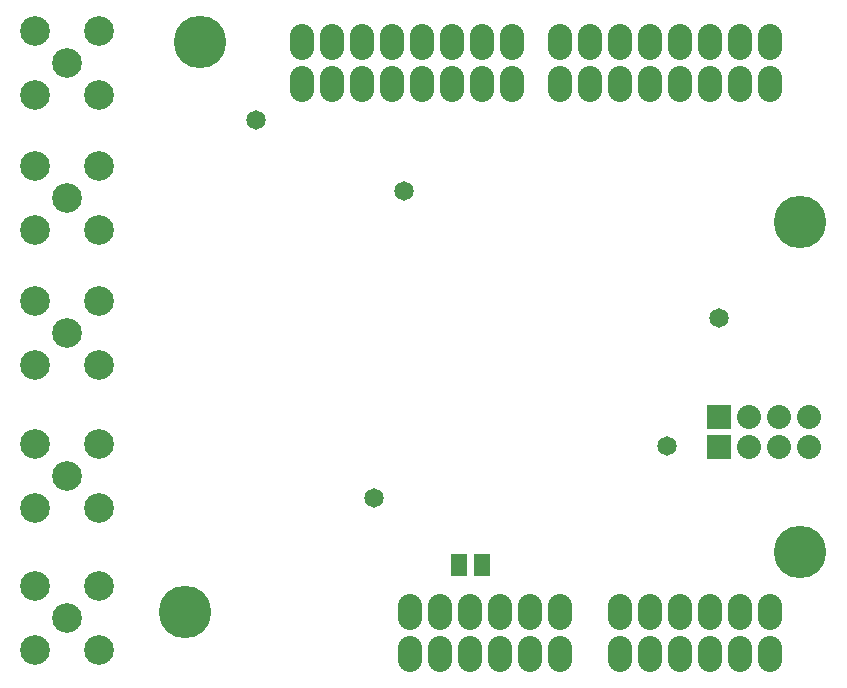
<source format=gbs>
G04 (created by PCBNEW-RS274X (2012-jan-04)-stable) date Sat 28 Jul 2012 05:13:28 PM CEST*
G01*
G70*
G90*
%MOIN*%
G04 Gerber Fmt 3.4, Leading zero omitted, Abs format*
%FSLAX34Y34*%
G04 APERTURE LIST*
%ADD10C,0.006000*%
%ADD11R,0.055000X0.075000*%
%ADD12R,0.080000X0.080000*%
%ADD13C,0.080000*%
%ADD14O,0.080000X0.120000*%
%ADD15C,0.175000*%
%ADD16C,0.098700*%
%ADD17C,0.065000*%
G04 APERTURE END LIST*
G54D10*
G54D11*
X47575Y-39725D03*
X48325Y-39725D03*
G54D12*
X56250Y-34800D03*
G54D13*
X57250Y-34800D03*
X58250Y-34800D03*
X59250Y-34800D03*
G54D12*
X56250Y-35800D03*
G54D13*
X57250Y-35800D03*
X58250Y-35800D03*
X59250Y-35800D03*
G54D14*
X54950Y-42678D03*
X53950Y-42678D03*
X52950Y-42678D03*
X55950Y-42678D03*
X56950Y-42678D03*
X57950Y-42678D03*
X47950Y-42678D03*
X45950Y-42678D03*
X46950Y-42678D03*
X48950Y-42678D03*
X49950Y-42678D03*
X50950Y-42678D03*
X50950Y-23678D03*
X51950Y-23678D03*
X52950Y-23678D03*
X53950Y-23678D03*
X54950Y-23678D03*
X55950Y-23678D03*
X56950Y-23678D03*
X57950Y-23678D03*
X42350Y-23678D03*
X43350Y-23678D03*
X44350Y-23678D03*
X45350Y-23678D03*
X46350Y-23678D03*
X47350Y-23678D03*
X48350Y-23678D03*
X49350Y-23678D03*
X57950Y-41300D03*
X56950Y-41300D03*
X55950Y-41300D03*
X52950Y-41300D03*
X53950Y-41300D03*
X54950Y-41300D03*
X50950Y-41300D03*
X49950Y-41300D03*
X48950Y-41300D03*
X46950Y-41300D03*
X45950Y-41300D03*
X57950Y-22300D03*
X56950Y-22300D03*
X55950Y-22300D03*
X54950Y-22300D03*
X53950Y-22300D03*
X52950Y-22300D03*
X51950Y-22300D03*
X50950Y-22300D03*
X49350Y-22300D03*
X48350Y-22300D03*
X47350Y-22300D03*
X46350Y-22300D03*
X45350Y-22300D03*
X44350Y-22300D03*
X43350Y-22300D03*
X42350Y-22300D03*
X47950Y-41300D03*
G54D15*
X58950Y-39300D03*
X58950Y-28300D03*
X38950Y-22300D03*
X38450Y-41300D03*
G54D16*
X34500Y-23000D03*
X33437Y-21937D03*
X33437Y-24063D03*
X35563Y-24063D03*
X35563Y-21937D03*
X34500Y-32000D03*
X33437Y-30937D03*
X33437Y-33063D03*
X35563Y-33063D03*
X35563Y-30937D03*
X34500Y-27500D03*
X33437Y-26437D03*
X33437Y-28563D03*
X35563Y-28563D03*
X35563Y-26437D03*
X34500Y-41500D03*
X33437Y-40437D03*
X33437Y-42563D03*
X35563Y-42563D03*
X35563Y-40437D03*
X34500Y-36750D03*
X33437Y-35687D03*
X33437Y-37813D03*
X35563Y-37813D03*
X35563Y-35687D03*
G54D17*
X56250Y-31500D03*
X45750Y-27250D03*
X44750Y-37500D03*
X54500Y-35750D03*
X40800Y-24900D03*
M02*

</source>
